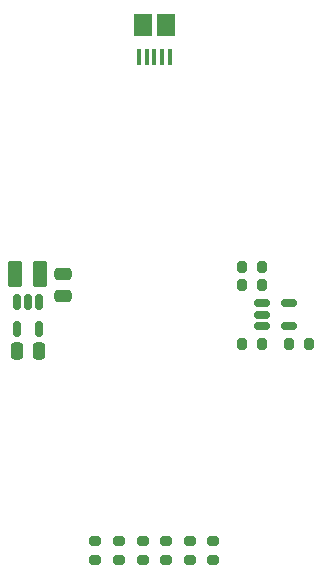
<source format=gtp>
%TF.GenerationSoftware,KiCad,Pcbnew,(6.0.2)*%
%TF.CreationDate,2022-05-15T12:29:41+01:00*%
%TF.ProjectId,led-tester,6c65642d-7465-4737-9465-722e6b696361,rev?*%
%TF.SameCoordinates,Original*%
%TF.FileFunction,Paste,Top*%
%TF.FilePolarity,Positive*%
%FSLAX46Y46*%
G04 Gerber Fmt 4.6, Leading zero omitted, Abs format (unit mm)*
G04 Created by KiCad (PCBNEW (6.0.2)) date 2022-05-15 12:29:41*
%MOMM*%
%LPD*%
G01*
G04 APERTURE LIST*
G04 Aperture macros list*
%AMRoundRect*
0 Rectangle with rounded corners*
0 $1 Rounding radius*
0 $2 $3 $4 $5 $6 $7 $8 $9 X,Y pos of 4 corners*
0 Add a 4 corners polygon primitive as box body*
4,1,4,$2,$3,$4,$5,$6,$7,$8,$9,$2,$3,0*
0 Add four circle primitives for the rounded corners*
1,1,$1+$1,$2,$3*
1,1,$1+$1,$4,$5*
1,1,$1+$1,$6,$7*
1,1,$1+$1,$8,$9*
0 Add four rect primitives between the rounded corners*
20,1,$1+$1,$2,$3,$4,$5,0*
20,1,$1+$1,$4,$5,$6,$7,0*
20,1,$1+$1,$6,$7,$8,$9,0*
20,1,$1+$1,$8,$9,$2,$3,0*%
G04 Aperture macros list end*
%ADD10RoundRect,0.200000X0.200000X0.275000X-0.200000X0.275000X-0.200000X-0.275000X0.200000X-0.275000X0*%
%ADD11R,0.400000X1.350000*%
%ADD12R,1.500000X1.900000*%
%ADD13RoundRect,0.200000X-0.275000X0.200000X-0.275000X-0.200000X0.275000X-0.200000X0.275000X0.200000X0*%
%ADD14RoundRect,0.250000X-0.250000X-0.475000X0.250000X-0.475000X0.250000X0.475000X-0.250000X0.475000X0*%
%ADD15RoundRect,0.250000X-0.475000X0.250000X-0.475000X-0.250000X0.475000X-0.250000X0.475000X0.250000X0*%
%ADD16RoundRect,0.250000X-0.375000X-0.850000X0.375000X-0.850000X0.375000X0.850000X-0.375000X0.850000X0*%
%ADD17RoundRect,0.150000X-0.150000X0.512500X-0.150000X-0.512500X0.150000X-0.512500X0.150000X0.512500X0*%
%ADD18RoundRect,0.150000X-0.512500X-0.150000X0.512500X-0.150000X0.512500X0.150000X-0.512500X0.150000X0*%
G04 APERTURE END LIST*
D10*
%TO.C,R9*%
X138075000Y-78500000D03*
X136425000Y-78500000D03*
%TD*%
D11*
%TO.C,J1*%
X126300000Y-54162500D03*
X125650000Y-54162500D03*
X125000000Y-54162500D03*
X124350000Y-54162500D03*
X123700000Y-54162500D03*
D12*
X124000000Y-51462500D03*
X126000000Y-51462500D03*
%TD*%
D13*
%TO.C,R3*%
X124000000Y-96825000D03*
X124000000Y-95175000D03*
%TD*%
D14*
%TO.C,C1*%
X113325000Y-79110000D03*
X115225000Y-79110000D03*
%TD*%
D13*
%TO.C,R1*%
X120000000Y-95175000D03*
X120000000Y-96825000D03*
%TD*%
%TO.C,R2*%
X122000000Y-96825000D03*
X122000000Y-95175000D03*
%TD*%
%TO.C,R6*%
X130000000Y-95175000D03*
X130000000Y-96825000D03*
%TD*%
%TO.C,R5*%
X128000000Y-96825000D03*
X128000000Y-95175000D03*
%TD*%
D15*
%TO.C,C2*%
X117275000Y-72550000D03*
X117275000Y-74450000D03*
%TD*%
D13*
%TO.C,R4*%
X126000000Y-95175000D03*
X126000000Y-96825000D03*
%TD*%
D16*
%TO.C,L1*%
X113200000Y-72550000D03*
X115350000Y-72550000D03*
%TD*%
D10*
%TO.C,R7*%
X134075000Y-73500000D03*
X132425000Y-73500000D03*
%TD*%
%TO.C,R8*%
X134075000Y-78500000D03*
X132425000Y-78500000D03*
%TD*%
D17*
%TO.C,U1*%
X115225000Y-74910000D03*
X114275000Y-74910000D03*
X113325000Y-74910000D03*
X113325000Y-77185000D03*
X115225000Y-77185000D03*
%TD*%
D18*
%TO.C,U2*%
X134112500Y-75050000D03*
X134112500Y-76000000D03*
X134112500Y-76950000D03*
X136387500Y-76950000D03*
X136387500Y-75050000D03*
%TD*%
D10*
%TO.C,R10*%
X134075000Y-72000000D03*
X132425000Y-72000000D03*
%TD*%
M02*

</source>
